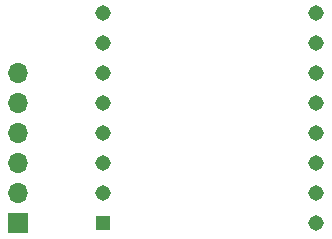
<source format=gbr>
%TF.GenerationSoftware,KiCad,Pcbnew,8.0.8*%
%TF.CreationDate,2025-04-10T20:03:44-04:00*%
%TF.ProjectId,DFPlayer and LCD,4446506c-6179-4657-9220-616e64204c43,rev?*%
%TF.SameCoordinates,Original*%
%TF.FileFunction,Copper,L1,Top*%
%TF.FilePolarity,Positive*%
%FSLAX46Y46*%
G04 Gerber Fmt 4.6, Leading zero omitted, Abs format (unit mm)*
G04 Created by KiCad (PCBNEW 8.0.8) date 2025-04-10 20:03:44*
%MOMM*%
%LPD*%
G01*
G04 APERTURE LIST*
%TA.AperFunction,ComponentPad*%
%ADD10R,1.700000X1.700000*%
%TD*%
%TA.AperFunction,ComponentPad*%
%ADD11O,1.700000X1.700000*%
%TD*%
%TA.AperFunction,ComponentPad*%
%ADD12R,1.308000X1.308000*%
%TD*%
%TA.AperFunction,ComponentPad*%
%ADD13C,1.308000*%
%TD*%
G04 APERTURE END LIST*
D10*
%TO.P,J1,1,Pin_1*%
%TO.N,Net-(J1-Pin_1)*%
X162051998Y-74168000D03*
D11*
%TO.P,J1,2,Pin_2*%
%TO.N,Net-(J1-Pin_2)*%
X162051998Y-71628000D03*
%TO.P,J1,3,Pin_3*%
%TO.N,Net-(J1-Pin_3)*%
X162051998Y-69088000D03*
%TO.P,J1,4,Pin_4*%
%TO.N,Net-(J1-Pin_4)*%
X162051998Y-66548000D03*
%TO.P,J1,5,Pin_5*%
%TO.N,Net-(EYESPI_18IN_BREAKOUT_BOARD1-Gnd)*%
X162051998Y-64008000D03*
%TO.P,J1,6,Pin_6*%
%TO.N,Net-(J1-Pin_6)*%
X162051998Y-61468000D03*
%TD*%
D12*
%TO.P,U1,1,VCC*%
%TO.N,Net-(J1-Pin_1)*%
X169290998Y-74140000D03*
D13*
%TO.P,U1,2,RX*%
%TO.N,Net-(J1-Pin_2)*%
X169290998Y-71600000D03*
%TO.P,U1,3,TX*%
%TO.N,Net-(J1-Pin_3)*%
X169290998Y-69060000D03*
%TO.P,U1,4,DAC_R*%
%TO.N,unconnected-(U1-DAC_R-Pad4)*%
X169290998Y-66520000D03*
%TO.P,U1,5,DAC_L*%
%TO.N,unconnected-(U1-DAC_L-Pad5)*%
X169290998Y-63980000D03*
%TO.P,U1,6,SPK1*%
%TO.N,Net-(J1-Pin_4)*%
X169290998Y-61440000D03*
%TO.P,U1,7,GND*%
%TO.N,Net-(EYESPI_18IN_BREAKOUT_BOARD1-Gnd)*%
X169290998Y-58900000D03*
%TO.P,U1,8,SPK2*%
%TO.N,Net-(J1-Pin_6)*%
X169290998Y-56360000D03*
%TO.P,U1,9,IO1*%
%TO.N,unconnected-(U1-IO1-Pad9)*%
X187324998Y-56360000D03*
%TO.P,U1,10,GND__1*%
%TO.N,unconnected-(U1-GND__1-Pad10)*%
X187324998Y-58900000D03*
%TO.P,U1,11,IO2*%
%TO.N,unconnected-(U1-IO2-Pad11)*%
X187324998Y-61440000D03*
%TO.P,U1,12,ADKEY1*%
%TO.N,unconnected-(U1-ADKEY1-Pad12)*%
X187324998Y-63980000D03*
%TO.P,U1,13,ADKEY2*%
%TO.N,unconnected-(U1-ADKEY2-Pad13)*%
X187324998Y-66520000D03*
%TO.P,U1,14,USB+*%
%TO.N,unconnected-(U1-USB+-Pad14)*%
X187324998Y-69060000D03*
%TO.P,U1,15,USB-*%
%TO.N,unconnected-(U1-USB--Pad15)*%
X187324998Y-71600000D03*
%TO.P,U1,16,BUSY*%
%TO.N,unconnected-(U1-BUSY-Pad16)*%
X187324998Y-74140000D03*
%TD*%
M02*

</source>
